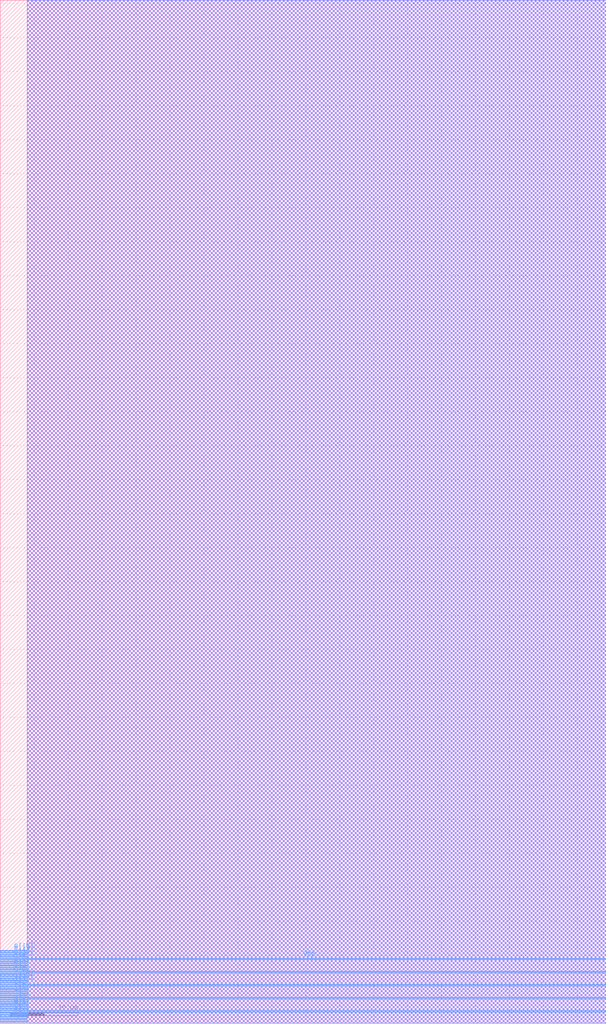
<source format=lef>
VERSION 5.6 ;
BUSBITCHARS "[]" ;
DIVIDERCHAR "/" ;

MACRO SRAM1RW1024x16
  CLASS BLOCK ;
  ORIGIN 0 0 ;
  FOREIGN SRAM1RW1024x16 0 0 ;
  SIZE 89.248 BY 150.568 ;
  SYMMETRY X Y ;
  SITE coreSite ;
  PIN VDD
    DIRECTION INOUT ;
    USE POWER ;
    PORT 
      LAYER M4 ;
        RECT 0.0 1.632 89.248 1.728 ;
        RECT 0.0 3.552 89.248 3.648 ;
        RECT 0.0 5.472 89.248 5.568 ;
        RECT 0.0 7.392 89.248 7.488 ;
        RECT 0.0 9.312 89.248 9.408 ;
    END 
  END VDD
  PIN VSS
    DIRECTION INOUT ;
    USE GROUND ;
    PORT 
      LAYER M4 ;
        RECT 0.0 1.824 89.248 1.92 ;
        RECT 0.0 3.744 89.248 3.84 ;
        RECT 0.0 5.664 89.248 5.76 ;
        RECT 0.0 7.584 89.248 7.68 ;
        RECT 0.0 9.504 89.248 9.6 ;
    END 
  END VSS
  PIN CE
    DIRECTION INPUT ;
    USE SIGNAL ;
    PORT 
      LAYER M4 ;
        RECT 0.0 0.096 4.0 0.192 ;
    END 
  END CE
  PIN WEB
    DIRECTION INPUT ;
    USE SIGNAL ;
    PORT 
      LAYER M4 ;
        RECT 0.0 0.288 4.0 0.384 ;
    END 
  END WEB
  PIN OEB
    DIRECTION INPUT ;
    USE SIGNAL ;
    PORT 
      LAYER M4 ;
        RECT 0.0 0.48 4.0 0.576 ;
    END 
  END OEB
  PIN CSB
    DIRECTION INPUT ;
    USE SIGNAL ;
    PORT 
      LAYER M4 ;
        RECT 0.0 0.672 4.0 0.768 ;
    END 
  END CSB
  PIN A[0]
    DIRECTION INPUT ;
    USE SIGNAL ;
    PORT 
      LAYER M4 ;
        RECT 0.0 0.864 4.0 0.96 ;
    END 
  END A[0]
  PIN A[1]
    DIRECTION INPUT ;
    USE SIGNAL ;
    PORT 
      LAYER M4 ;
        RECT 0.0 1.056 4.0 1.152 ;
    END 
  END A[1]
  PIN A[2]
    DIRECTION INPUT ;
    USE SIGNAL ;
    PORT 
      LAYER M4 ;
        RECT 0.0 1.248 4.0 1.344 ;
    END 
  END A[2]
  PIN A[3]
    DIRECTION INPUT ;
    USE SIGNAL ;
    PORT 
      LAYER M4 ;
        RECT 0.0 1.44 4.0 1.536 ;
    END 
  END A[3]
  PIN A[4]
    DIRECTION INPUT ;
    USE SIGNAL ;
    PORT 
      LAYER M4 ;
        RECT 0.0 2.016 4.0 2.112 ;
    END 
  END A[4]
  PIN A[5]
    DIRECTION INPUT ;
    USE SIGNAL ;
    PORT 
      LAYER M4 ;
        RECT 0.0 2.208 4.0 2.304 ;
    END 
  END A[5]
  PIN A[6]
    DIRECTION INPUT ;
    USE SIGNAL ;
    PORT 
      LAYER M4 ;
        RECT 0.0 2.4 4.0 2.496 ;
    END 
  END A[6]
  PIN A[7]
    DIRECTION INPUT ;
    USE SIGNAL ;
    PORT 
      LAYER M4 ;
        RECT 0.0 2.592 4.0 2.688 ;
    END 
  END A[7]
  PIN A[8]
    DIRECTION INPUT ;
    USE SIGNAL ;
    PORT 
      LAYER M4 ;
        RECT 0.0 2.784 4.0 2.88 ;
    END 
  END A[8]
  PIN A[9]
    DIRECTION INPUT ;
    USE SIGNAL ;
    PORT 
      LAYER M4 ;
        RECT 0.0 2.976 4.0 3.072 ;
    END 
  END A[9]
  PIN I[0]
    DIRECTION INPUT ;
    USE SIGNAL ;
    PORT 
      LAYER M4 ;
        RECT 0.0 3.168 4.0 3.264 ;
    END 
  END I[0]
  PIN I[1]
    DIRECTION INPUT ;
    USE SIGNAL ;
    PORT 
      LAYER M4 ;
        RECT 0.0 3.36 4.0 3.456 ;
    END 
  END I[1]
  PIN I[2]
    DIRECTION INPUT ;
    USE SIGNAL ;
    PORT 
      LAYER M4 ;
        RECT 0.0 3.936 4.0 4.032 ;
    END 
  END I[2]
  PIN I[3]
    DIRECTION INPUT ;
    USE SIGNAL ;
    PORT 
      LAYER M4 ;
        RECT 0.0 4.128 4.0 4.224 ;
    END 
  END I[3]
  PIN I[4]
    DIRECTION INPUT ;
    USE SIGNAL ;
    PORT 
      LAYER M4 ;
        RECT 0.0 4.32 4.0 4.416 ;
    END 
  END I[4]
  PIN I[5]
    DIRECTION INPUT ;
    USE SIGNAL ;
    PORT 
      LAYER M4 ;
        RECT 0.0 4.512 4.0 4.608 ;
    END 
  END I[5]
  PIN I[6]
    DIRECTION INPUT ;
    USE SIGNAL ;
    PORT 
      LAYER M4 ;
        RECT 0.0 4.704 4.0 4.8 ;
    END 
  END I[6]
  PIN I[7]
    DIRECTION INPUT ;
    USE SIGNAL ;
    PORT 
      LAYER M4 ;
        RECT 0.0 4.896 4.0 4.992 ;
    END 
  END I[7]
  PIN I[8]
    DIRECTION INPUT ;
    USE SIGNAL ;
    PORT 
      LAYER M4 ;
        RECT 0.0 5.088 4.0 5.184 ;
    END 
  END I[8]
  PIN I[9]
    DIRECTION INPUT ;
    USE SIGNAL ;
    PORT 
      LAYER M4 ;
        RECT 0.0 5.28 4.0 5.376 ;
    END 
  END I[9]
  PIN I[10]
    DIRECTION INPUT ;
    USE SIGNAL ;
    PORT 
      LAYER M4 ;
        RECT 0.0 5.856 4.0 5.952 ;
    END 
  END I[10]
  PIN I[11]
    DIRECTION INPUT ;
    USE SIGNAL ;
    PORT 
      LAYER M4 ;
        RECT 0.0 6.048 4.0 6.144 ;
    END 
  END I[11]
  PIN I[12]
    DIRECTION INPUT ;
    USE SIGNAL ;
    PORT 
      LAYER M4 ;
        RECT 0.0 6.24 4.0 6.336 ;
    END 
  END I[12]
  PIN I[13]
    DIRECTION INPUT ;
    USE SIGNAL ;
    PORT 
      LAYER M4 ;
        RECT 0.0 6.432 4.0 6.528 ;
    END 
  END I[13]
  PIN I[14]
    DIRECTION INPUT ;
    USE SIGNAL ;
    PORT 
      LAYER M4 ;
        RECT 0.0 6.624 4.0 6.72 ;
    END 
  END I[14]
  PIN I[15]
    DIRECTION INPUT ;
    USE SIGNAL ;
    PORT 
      LAYER M4 ;
        RECT 0.0 6.816 4.0 6.912 ;
    END 
  END I[15]
  PIN O[0]
    DIRECTION OUTPUT ;
    USE SIGNAL ;
    PORT 
      LAYER M4 ;
        RECT 0.0 7.008 4.0 7.104 ;
    END 
  END O[0]
  PIN O[1]
    DIRECTION OUTPUT ;
    USE SIGNAL ;
    PORT 
      LAYER M4 ;
        RECT 0.0 7.2 4.0 7.296 ;
    END 
  END O[1]
  PIN O[2]
    DIRECTION OUTPUT ;
    USE SIGNAL ;
    PORT 
      LAYER M4 ;
        RECT 0.0 7.776 4.0 7.872 ;
    END 
  END O[2]
  PIN O[3]
    DIRECTION OUTPUT ;
    USE SIGNAL ;
    PORT 
      LAYER M4 ;
        RECT 0.0 7.968 4.0 8.064 ;
    END 
  END O[3]
  PIN O[4]
    DIRECTION OUTPUT ;
    USE SIGNAL ;
    PORT 
      LAYER M4 ;
        RECT 0.0 8.16 4.0 8.256 ;
    END 
  END O[4]
  PIN O[5]
    DIRECTION OUTPUT ;
    USE SIGNAL ;
    PORT 
      LAYER M4 ;
        RECT 0.0 8.352 4.0 8.448 ;
    END 
  END O[5]
  PIN O[6]
    DIRECTION OUTPUT ;
    USE SIGNAL ;
    PORT 
      LAYER M4 ;
        RECT 0.0 8.544 4.0 8.64 ;
    END 
  END O[6]
  PIN O[7]
    DIRECTION OUTPUT ;
    USE SIGNAL ;
    PORT 
      LAYER M4 ;
        RECT 0.0 8.736 4.0 8.832 ;
    END 
  END O[7]
  PIN O[8]
    DIRECTION OUTPUT ;
    USE SIGNAL ;
    PORT 
      LAYER M4 ;
        RECT 0.0 8.928 4.0 9.024 ;
    END 
  END O[8]
  PIN O[9]
    DIRECTION OUTPUT ;
    USE SIGNAL ;
    PORT 
      LAYER M4 ;
        RECT 0.0 9.12 4.0 9.216 ;
    END 
  END O[9]
  PIN O[10]
    DIRECTION OUTPUT ;
    USE SIGNAL ;
    PORT 
      LAYER M4 ;
        RECT 0.0 9.696 4.0 9.792 ;
    END 
  END O[10]
  PIN O[11]
    DIRECTION OUTPUT ;
    USE SIGNAL ;
    PORT 
      LAYER M4 ;
        RECT 0.0 9.888 4.0 9.984 ;
    END 
  END O[11]
  PIN O[12]
    DIRECTION OUTPUT ;
    USE SIGNAL ;
    PORT 
      LAYER M4 ;
        RECT 0.0 10.08 4.0 10.176 ;
    END 
  END O[12]
  PIN O[13]
    DIRECTION OUTPUT ;
    USE SIGNAL ;
    PORT 
      LAYER M4 ;
        RECT 0.0 10.272 4.0 10.368 ;
    END 
  END O[13]
  PIN O[14]
    DIRECTION OUTPUT ;
    USE SIGNAL ;
    PORT 
      LAYER M4 ;
        RECT 0.0 10.464 4.0 10.56 ;
    END 
  END O[14]
  PIN O[15]
    DIRECTION OUTPUT ;
    USE SIGNAL ;
    PORT 
      LAYER M4 ;
        RECT 0.0 10.656 4.0 10.752 ;
    END 
  END O[15]
  OBS 
    LAYER M1 ;
      RECT 4.0 0.0 89.248 150.568 ;
    LAYER M2 ;
      RECT 4.0 0.0 89.248 150.568 ;
    LAYER M3 ;
      RECT 4.0 0.0 89.248 150.568 ;
  END 
END SRAM1RW1024x16

END LIBRARY
</source>
